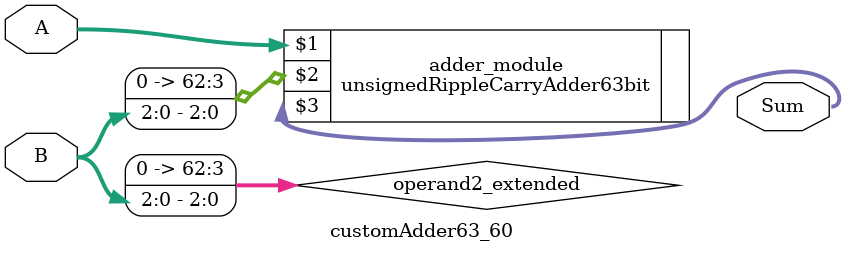
<source format=v>
module customAdder63_60(
                        input [62 : 0] A,
                        input [2 : 0] B,
                        
                        output [63 : 0] Sum
                );

        wire [62 : 0] operand2_extended;
        
        assign operand2_extended =  {60'b0, B};
        
        unsignedRippleCarryAdder63bit adder_module(
            A,
            operand2_extended,
            Sum
        );
        
        endmodule
        
</source>
